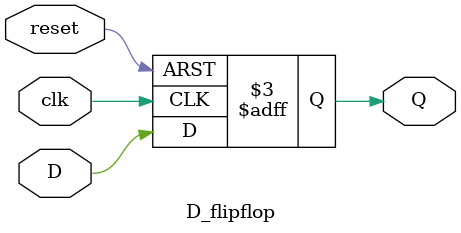
<source format=v>
module D_flipflop(input clk,input reset,input D,output reg Q);
    always @ (posedge clk or negedge reset) begin
        if(~reset) Q<=0;
        else Q <= D;
    end 
endmodule 

</source>
